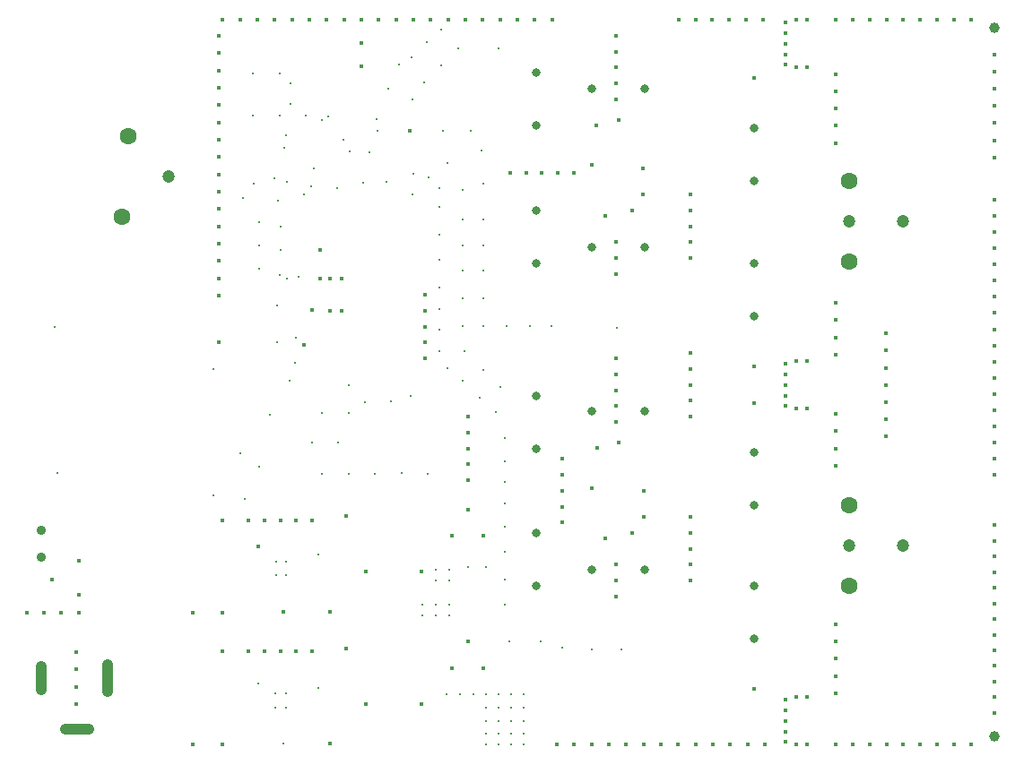
<source format=gbr>
%TF.GenerationSoftware,KiCad,Pcbnew,8.0.2*%
%TF.CreationDate,2025-04-13T16:48:03+02:00*%
%TF.ProjectId,AES-DAC,4145532d-4441-4432-9e6b-696361645f70,rev?*%
%TF.SameCoordinates,Original*%
%TF.FileFunction,Plated,1,4,PTH,Mixed*%
%TF.FilePolarity,Positive*%
%FSLAX46Y46*%
G04 Gerber Fmt 4.6, Leading zero omitted, Abs format (unit mm)*
G04 Created by KiCad (PCBNEW 8.0.2) date 2025-04-13 16:48:03*
%MOMM*%
%LPD*%
G01*
G04 APERTURE LIST*
%TA.AperFunction,ViaDrill*%
%ADD10C,0.200000*%
%TD*%
%TA.AperFunction,ViaDrill*%
%ADD11C,0.300000*%
%TD*%
%TA.AperFunction,ComponentDrill*%
%ADD12C,0.300000*%
%TD*%
%TA.AperFunction,ViaDrill*%
%ADD13C,0.400000*%
%TD*%
%TA.AperFunction,ComponentDrill*%
%ADD14C,0.800000*%
%TD*%
%TA.AperFunction,ComponentDrill*%
%ADD15C,0.900000*%
%TD*%
G04 aperture for slot hole*
%TA.AperFunction,ComponentDrill*%
%ADD16C,1.000000*%
%TD*%
%TA.AperFunction,ComponentDrill*%
%ADD17C,1.000000*%
%TD*%
%TA.AperFunction,ComponentDrill*%
%ADD18C,1.200000*%
%TD*%
%TA.AperFunction,ComponentDrill*%
%ADD19C,1.600000*%
%TD*%
G04 APERTURE END LIST*
D10*
X25500000Y-51500000D03*
X25747384Y-65294686D03*
X42999999Y-63418077D03*
X43284988Y-39327247D03*
X44227247Y-27540012D03*
X44227247Y-31540012D03*
X44275000Y-37962500D03*
X44699736Y-85212889D03*
X44800000Y-41600000D03*
X44800000Y-43800000D03*
X44800000Y-46000000D03*
X44800000Y-64750000D03*
X45803896Y-59857793D03*
X46275000Y-37462500D03*
X46500000Y-49500000D03*
X46500000Y-53000000D03*
X46600000Y-39600000D03*
X46727247Y-27540012D03*
X46727247Y-31540012D03*
X46775000Y-46600000D03*
X46800000Y-42000000D03*
X46800000Y-44200000D03*
X47098762Y-90860210D03*
X47211517Y-34557724D03*
X47360876Y-33376624D03*
X47400000Y-37800000D03*
X47425000Y-46962500D03*
X47677247Y-56577512D03*
X47754407Y-28451541D03*
X47754407Y-30451541D03*
X48250000Y-52500000D03*
X48500000Y-46750000D03*
X49000000Y-39000000D03*
X49227247Y-31540012D03*
X49775000Y-62462500D03*
X50700087Y-31962500D03*
X50750000Y-59637500D03*
X50750000Y-65375000D03*
X51350000Y-31600000D03*
X52200000Y-38400000D03*
X52275000Y-62462500D03*
X53250000Y-59637500D03*
X53250000Y-65375000D03*
X54775000Y-58662500D03*
X55750000Y-65375000D03*
X57275000Y-58575000D03*
X58250000Y-65287500D03*
X59101322Y-58000000D03*
X59200000Y-26000000D03*
X60400000Y-28400000D03*
X60600000Y-24600000D03*
X60750000Y-65375000D03*
X60800000Y-37400000D03*
X61800000Y-38400000D03*
X61800000Y-40200000D03*
X61800000Y-42800000D03*
X61800000Y-45200000D03*
X61800000Y-47800000D03*
X61800000Y-49800000D03*
X61800000Y-51800000D03*
X61800000Y-53800000D03*
X62000000Y-23400000D03*
X62000000Y-26800000D03*
X62200000Y-33000000D03*
X62600000Y-36000000D03*
X62600000Y-55400000D03*
X63600000Y-25200000D03*
X64000000Y-38600000D03*
X64000000Y-41400000D03*
X64000000Y-43800000D03*
X64000000Y-46200000D03*
X64000000Y-48800000D03*
X64000000Y-51400000D03*
X64000000Y-56600000D03*
X64200000Y-53800000D03*
X64800000Y-33000000D03*
X65600000Y-58200000D03*
X65800000Y-34800000D03*
X66000000Y-38000000D03*
X66000000Y-41400000D03*
X66000000Y-43800000D03*
X66000000Y-46200000D03*
X66000000Y-48800000D03*
X66000000Y-51400000D03*
X66000000Y-55600000D03*
X67200000Y-59600000D03*
X67400000Y-25200000D03*
X67600000Y-57200000D03*
X68000000Y-62000000D03*
X68000000Y-64200000D03*
X68000000Y-66200000D03*
X68000000Y-68200000D03*
X68000000Y-70400000D03*
X68000000Y-72800000D03*
X68000000Y-75400000D03*
X68000000Y-77800000D03*
X68200000Y-51400000D03*
X68400000Y-81200000D03*
X70400000Y-51400000D03*
X71400000Y-81200000D03*
X72400000Y-51400000D03*
X73400000Y-81800000D03*
X76200000Y-82000000D03*
X78600000Y-51600000D03*
X79000000Y-82000000D03*
D11*
X40500000Y-55500000D03*
X40500000Y-67412500D03*
X43486091Y-67736091D03*
X48181049Y-54924244D03*
X49750000Y-38250000D03*
X50000000Y-36500000D03*
X50400000Y-73000000D03*
X50400000Y-85600000D03*
X52795062Y-33831750D03*
X53250000Y-57000000D03*
X53323060Y-34910908D03*
X54602353Y-37868060D03*
X55250000Y-35000000D03*
X55919287Y-31907166D03*
X56000000Y-33000000D03*
X56801940Y-37800000D03*
X56970980Y-28970980D03*
X58000000Y-26750000D03*
X59250000Y-29975000D03*
X59283782Y-38959617D03*
X59340317Y-37037429D03*
X60200000Y-77750000D03*
X60200000Y-78750000D03*
X61500000Y-74500000D03*
X61500000Y-75500000D03*
X61500000Y-77750000D03*
X61500000Y-78750000D03*
X62500000Y-86250000D03*
X62750000Y-74500000D03*
X62750000Y-75500000D03*
X62750000Y-77750000D03*
X62750000Y-78750000D03*
X63750000Y-86250000D03*
X64500000Y-74250000D03*
X65000000Y-86250000D03*
X66250000Y-74250000D03*
X66250000Y-86250000D03*
X66250000Y-87500000D03*
X66250000Y-88750000D03*
X66250000Y-90000000D03*
X66250000Y-91000000D03*
X67416666Y-86250000D03*
X67416666Y-87500000D03*
X67416666Y-88750000D03*
X67416666Y-90000000D03*
X67416666Y-91000000D03*
X68583332Y-86250000D03*
X68583332Y-87500000D03*
X68583332Y-88750000D03*
X68583332Y-90000000D03*
X68583332Y-91000000D03*
X69750000Y-86250000D03*
X69750000Y-87500000D03*
X69750000Y-88750000D03*
X69750000Y-90000000D03*
X69750000Y-91000000D03*
D12*
%TO.C,U7*%
X46365000Y-86180000D03*
X46365000Y-87470000D03*
%TO.C,U6*%
X46380000Y-73680000D03*
X46380000Y-74970000D03*
%TO.C,U7*%
X47335000Y-86180000D03*
X47335000Y-87470000D03*
%TO.C,U6*%
X47350000Y-73680000D03*
X47350000Y-74970000D03*
%TD*%
D13*
X22840461Y-78500000D03*
X24476974Y-78500000D03*
X25250000Y-75375000D03*
X26113487Y-78500000D03*
X27500000Y-82250000D03*
X27500000Y-83886513D03*
X27500000Y-85523026D03*
X27500000Y-87159539D03*
X27750000Y-73625000D03*
X27750000Y-76875000D03*
X27750000Y-78500000D03*
X38500000Y-78500000D03*
X38500000Y-91000000D03*
X41000000Y-23998354D03*
X41000000Y-25634870D03*
X41000000Y-27271383D03*
X41000000Y-28907896D03*
X41000000Y-30544409D03*
X41000000Y-32180922D03*
X41000000Y-33817435D03*
X41000000Y-35453948D03*
X41000000Y-37090461D03*
X41000000Y-38726974D03*
X41000000Y-40363487D03*
X41000000Y-42000000D03*
X41000000Y-43636513D03*
X41000000Y-45273026D03*
X41000000Y-46909539D03*
X41000000Y-48546052D03*
X41000000Y-53000000D03*
X41350000Y-69807500D03*
X41350000Y-78500000D03*
X41350000Y-82192500D03*
X41350000Y-91000000D03*
X41375000Y-22500000D03*
X43011513Y-22500000D03*
X43800000Y-69800000D03*
X43800000Y-82200000D03*
X44648026Y-22500000D03*
X44722575Y-72248601D03*
X45300000Y-69800000D03*
X45300000Y-82200000D03*
X46284539Y-22500000D03*
X46800000Y-69800000D03*
X46800000Y-82200000D03*
X47099325Y-78470000D03*
X47921052Y-22500000D03*
X48300000Y-69800000D03*
X48300000Y-82200000D03*
X49000000Y-53250000D03*
X49557565Y-22500000D03*
X49800000Y-69800000D03*
X49800000Y-82200000D03*
X49821630Y-49928370D03*
X50546905Y-44250000D03*
X50546905Y-46911909D03*
X51194078Y-22500000D03*
X51475000Y-78470000D03*
X51475000Y-90855000D03*
X51500000Y-46915004D03*
X51500000Y-50000000D03*
X52625000Y-46915004D03*
X52625000Y-50009996D03*
X52830591Y-22500000D03*
X53000000Y-69375000D03*
X53000000Y-81875000D03*
X54467104Y-22500000D03*
X54481828Y-24699891D03*
X54500000Y-26862353D03*
X54875000Y-74650000D03*
X54875000Y-87150000D03*
X56103617Y-22500000D03*
X57740130Y-22500000D03*
X59070681Y-32957591D03*
X59376643Y-22500000D03*
X60125000Y-74650000D03*
X60125000Y-87150000D03*
X60500000Y-48500000D03*
X60500000Y-50000000D03*
X60500000Y-51500000D03*
X60500000Y-53000000D03*
X60500000Y-54500000D03*
X61013156Y-22500000D03*
X62649669Y-22500000D03*
X63000000Y-71275000D03*
X63000000Y-83775000D03*
X64286182Y-22500000D03*
X64500000Y-60000000D03*
X64500000Y-61500000D03*
X64500000Y-63000000D03*
X64500000Y-64500000D03*
X64500000Y-66000000D03*
X64500000Y-68775000D03*
X64500000Y-81275000D03*
X65922695Y-22500000D03*
X66000000Y-71275000D03*
X66000000Y-83775000D03*
X67559208Y-22500000D03*
X68500000Y-37000000D03*
X69195721Y-22500000D03*
X70000000Y-37000000D03*
X70832234Y-22500000D03*
X71500000Y-37000000D03*
X72468750Y-22500000D03*
X72907896Y-91000000D03*
X73000000Y-37000000D03*
X73400000Y-64000000D03*
X73400000Y-65500000D03*
X73400000Y-67000000D03*
X73400000Y-68500000D03*
X73400000Y-70000000D03*
X74500000Y-37000000D03*
X74544409Y-91000000D03*
X76180922Y-91000000D03*
X76230000Y-36230000D03*
X76230000Y-66730000D03*
X76673945Y-32500000D03*
X76711114Y-62980170D03*
X77500000Y-41000000D03*
X77500000Y-71500000D03*
X77817435Y-91000000D03*
X78500000Y-24000000D03*
X78500000Y-25500000D03*
X78500000Y-27000000D03*
X78500000Y-28500000D03*
X78500000Y-30000000D03*
X78500000Y-43500000D03*
X78500000Y-45000000D03*
X78500000Y-46500000D03*
X78500000Y-54500000D03*
X78500000Y-56000000D03*
X78500000Y-57500000D03*
X78500000Y-59000000D03*
X78500000Y-60500000D03*
X78500000Y-74000000D03*
X78500000Y-75500000D03*
X78500000Y-77000000D03*
X78786114Y-31950178D03*
X78786114Y-62450178D03*
X79453948Y-91000000D03*
X80040000Y-40519052D03*
X80040000Y-71019052D03*
X81081552Y-36500000D03*
X81081552Y-39000000D03*
X81090461Y-91000000D03*
X81119052Y-67000000D03*
X81119052Y-69475000D03*
X82726974Y-91000000D03*
X84363487Y-91000000D03*
X84406250Y-22500000D03*
X85500000Y-39000000D03*
X85500000Y-40500000D03*
X85500000Y-42000000D03*
X85500000Y-43500000D03*
X85500000Y-45000000D03*
X85500000Y-54000000D03*
X85500000Y-55500000D03*
X85500000Y-57000000D03*
X85500000Y-58500000D03*
X85500000Y-60000000D03*
X85500000Y-69500000D03*
X85500000Y-71000000D03*
X85500000Y-72500000D03*
X85500000Y-74000000D03*
X85500000Y-75500000D03*
X86000000Y-22500000D03*
X86000000Y-91000000D03*
X87593750Y-22500000D03*
X87636513Y-91000000D03*
X89187500Y-22500000D03*
X89273026Y-91000000D03*
X90781250Y-22500000D03*
X90909539Y-91000000D03*
X91500000Y-28000000D03*
X91500000Y-55250000D03*
X91500000Y-58750000D03*
X91500000Y-85750000D03*
X92375000Y-22500000D03*
X92546052Y-91000000D03*
X94500000Y-22750000D03*
X94500000Y-23750000D03*
X94500000Y-24750000D03*
X94500000Y-25750000D03*
X94500000Y-26750000D03*
X94500000Y-55000000D03*
X94500000Y-56000000D03*
X94500000Y-57000000D03*
X94500000Y-58000000D03*
X94500000Y-59000000D03*
X94500000Y-86750000D03*
X94500000Y-87750000D03*
X94500000Y-88750000D03*
X94500000Y-89750000D03*
X94500000Y-90750000D03*
X95500000Y-22500000D03*
X95500000Y-27000000D03*
X95500000Y-54750000D03*
X95500000Y-59250000D03*
X95500000Y-86500000D03*
X95500000Y-91000000D03*
X96500000Y-22500000D03*
X96500000Y-27000000D03*
X96500000Y-54750000D03*
X96500000Y-59250000D03*
X96500000Y-86500000D03*
X96500000Y-91000000D03*
X99250000Y-22500000D03*
X99250000Y-27625000D03*
X99250000Y-29250000D03*
X99250000Y-30875000D03*
X99250000Y-32500000D03*
X99250000Y-34125000D03*
X99250000Y-49250000D03*
X99250000Y-50875000D03*
X99250000Y-52500000D03*
X99250000Y-54125000D03*
X99250000Y-59750000D03*
X99250000Y-61375000D03*
X99250000Y-63000000D03*
X99250000Y-64625000D03*
X99250000Y-79625000D03*
X99250000Y-81250000D03*
X99250000Y-82875000D03*
X99250000Y-84500000D03*
X99250000Y-86125000D03*
X99250000Y-91000000D03*
X100843750Y-22500000D03*
X100843750Y-91000000D03*
X102437500Y-22500000D03*
X102437500Y-91000000D03*
X104000000Y-52125000D03*
X104000000Y-53750000D03*
X104000000Y-55375000D03*
X104000000Y-57000000D03*
X104000000Y-58625000D03*
X104000000Y-60250000D03*
X104000000Y-61875000D03*
X104031250Y-22500000D03*
X104031250Y-91000000D03*
X105625000Y-22500000D03*
X105625000Y-91000000D03*
X107218750Y-22500000D03*
X107218750Y-91000000D03*
X108812500Y-22500000D03*
X108812500Y-91000000D03*
X110406250Y-22500000D03*
X110406250Y-91000000D03*
X112000000Y-22500000D03*
X112000000Y-91000000D03*
X114250000Y-25750000D03*
X114250000Y-27375000D03*
X114250000Y-29000000D03*
X114250000Y-30625000D03*
X114250000Y-32250000D03*
X114250000Y-33875000D03*
X114250000Y-35500000D03*
X114250000Y-39500000D03*
X114250000Y-41029411D03*
X114250000Y-42558822D03*
X114250000Y-44088233D03*
X114250000Y-45617644D03*
X114250000Y-47147055D03*
X114250000Y-48676466D03*
X114250000Y-50205877D03*
X114250000Y-51735288D03*
X114250000Y-53264699D03*
X114250000Y-54794110D03*
X114250000Y-56323521D03*
X114250000Y-57852932D03*
X114250000Y-59382343D03*
X114250000Y-60911754D03*
X114250000Y-62441165D03*
X114250000Y-63970576D03*
X114250000Y-65500000D03*
X114250000Y-70250000D03*
X114250000Y-71729166D03*
X114250000Y-73208332D03*
X114250000Y-74687498D03*
X114250000Y-76166664D03*
X114250000Y-77645830D03*
X114250000Y-79124996D03*
X114250000Y-80604162D03*
X114250000Y-82083328D03*
X114250000Y-83562494D03*
X114250000Y-85041660D03*
X114250000Y-86520826D03*
X114250000Y-88000000D03*
D14*
%TO.C,C13*%
X71000000Y-27500000D03*
X71000000Y-32500000D03*
%TO.C,C29*%
X71000000Y-40500000D03*
X71000000Y-45500000D03*
%TO.C,C4*%
X71000000Y-58000000D03*
X71000000Y-63000000D03*
%TO.C,C9*%
X71000000Y-71000000D03*
X71000000Y-76000000D03*
%TO.C,C11*%
X76230000Y-29000000D03*
%TO.C,C26*%
X76230000Y-44000000D03*
%TO.C,C2*%
X76230000Y-59500000D03*
%TO.C,C7*%
X76230000Y-74500000D03*
%TO.C,C11*%
X81230000Y-29000000D03*
%TO.C,C26*%
X81230000Y-44000000D03*
%TO.C,C2*%
X81230000Y-59500000D03*
%TO.C,C7*%
X81230000Y-74500000D03*
%TO.C,C12*%
X91500000Y-32690000D03*
X91500000Y-37690000D03*
%TO.C,C28*%
X91500000Y-45500000D03*
X91500000Y-50500000D03*
%TO.C,C3*%
X91500000Y-63390000D03*
X91500000Y-68390000D03*
%TO.C,C8*%
X91500000Y-76000000D03*
X91500000Y-81000000D03*
D15*
%TO.C,D5*%
X24250000Y-70710000D03*
X24250000Y-73250000D03*
D16*
%TO.C,J6*%
X24200000Y-85800000D02*
X24200000Y-83600000D01*
X26500000Y-89500000D02*
X28700000Y-89500000D01*
X30500000Y-86000000D02*
X30500000Y-83400000D01*
D17*
%TO.C,J5*%
X114250000Y-23250000D03*
%TO.C,J4*%
X114250000Y-90250000D03*
D18*
%TO.C,J1*%
X36260000Y-37310000D03*
%TO.C,J3*%
X100500000Y-41500000D03*
%TO.C,J2*%
X100500000Y-72200000D03*
%TO.C,J3*%
X105580000Y-41500000D03*
%TO.C,J2*%
X105580000Y-72200000D03*
D19*
%TO.C,J1*%
X31810000Y-41120000D03*
X32445000Y-33500000D03*
%TO.C,J3*%
X100500000Y-37690000D03*
X100500000Y-45310000D03*
%TO.C,J2*%
X100500000Y-68390000D03*
X100500000Y-76010000D03*
M02*

</source>
